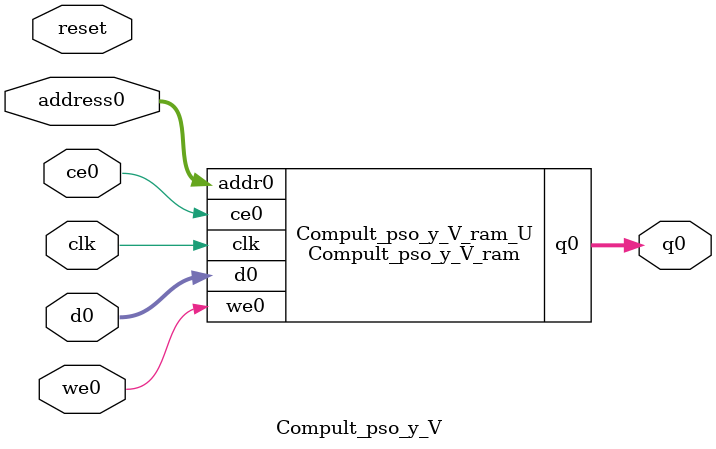
<source format=v>

`timescale 1 ns / 1 ps
module Compult_pso_y_V_ram (addr0, ce0, d0, we0, q0,  clk);

parameter DWIDTH = 29;
parameter AWIDTH = 6;
parameter MEM_SIZE = 40;

input[AWIDTH-1:0] addr0;
input ce0;
input[DWIDTH-1:0] d0;
input we0;
output reg[DWIDTH-1:0] q0;
input clk;

(* ram_style = "block" *)reg [DWIDTH-1:0] ram[MEM_SIZE-1:0];




always @(posedge clk)  
begin 
    if (ce0) 
    begin
        if (we0) 
        begin 
            ram[addr0] <= d0; 
            q0 <= d0;
        end 
        else 
            q0 <= ram[addr0];
    end
end


endmodule


`timescale 1 ns / 1 ps
module Compult_pso_y_V(
    reset,
    clk,
    address0,
    ce0,
    we0,
    d0,
    q0);

parameter DataWidth = 32'd29;
parameter AddressRange = 32'd40;
parameter AddressWidth = 32'd6;
input reset;
input clk;
input[AddressWidth - 1:0] address0;
input ce0;
input we0;
input[DataWidth - 1:0] d0;
output[DataWidth - 1:0] q0;



Compult_pso_y_V_ram Compult_pso_y_V_ram_U(
    .clk( clk ),
    .addr0( address0 ),
    .ce0( ce0 ),
    .d0( d0 ),
    .we0( we0 ),
    .q0( q0 ));

endmodule


</source>
